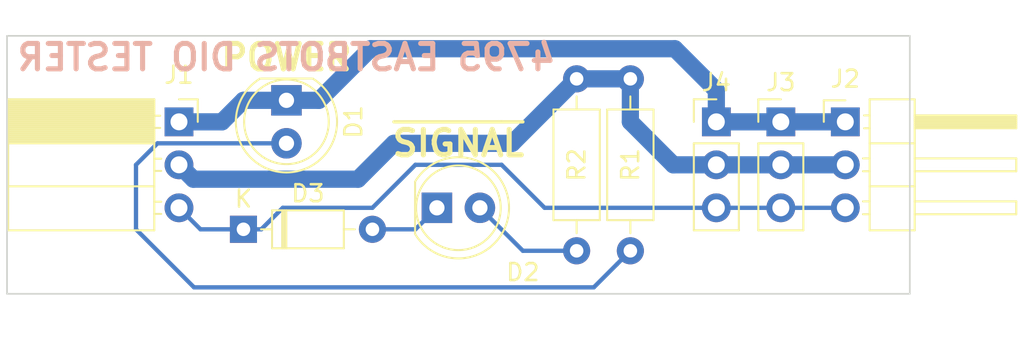
<source format=kicad_pcb>
(kicad_pcb (version 20171130) (host pcbnew 5.0.1-33cea8e~68~ubuntu16.04.1)

  (general
    (thickness 1.5748)
    (drawings 11)
    (tracks 40)
    (zones 0)
    (modules 9)
    (nets 7)
  )

  (page A4)
  (layers
    (0 F.Cu signal)
    (31 B.Cu signal hide)
    (32 B.Adhes user)
    (33 F.Adhes user)
    (34 B.Paste user)
    (35 F.Paste user)
    (36 B.SilkS user)
    (37 F.SilkS user)
    (38 B.Mask user)
    (39 F.Mask user)
    (40 Dwgs.User user)
    (41 Cmts.User user)
    (42 Eco1.User user)
    (43 Eco2.User user)
    (44 Edge.Cuts user)
    (45 Margin user)
    (46 B.CrtYd user)
    (47 F.CrtYd user)
    (48 B.Fab user)
    (49 F.Fab user)
  )

  (setup
    (last_trace_width 0.254)
    (user_trace_width 0.254)
    (user_trace_width 0.508)
    (user_trace_width 0.762)
    (user_trace_width 1.016)
    (user_trace_width 1.27)
    (trace_clearance 0.254)
    (zone_clearance 0.508)
    (zone_45_only no)
    (trace_min 0.254)
    (segment_width 0.2)
    (edge_width 0.1)
    (via_size 0.7874)
    (via_drill 0.381)
    (via_min_size 0.7874)
    (via_min_drill 0.381)
    (uvia_size 0.7874)
    (uvia_drill 0.381)
    (uvias_allowed no)
    (uvia_min_size 0.381)
    (uvia_min_drill 0.1)
    (pcb_text_width 0.3)
    (pcb_text_size 1.5 1.5)
    (mod_edge_width 0.15)
    (mod_text_size 1 1)
    (mod_text_width 0.15)
    (pad_size 1.5 1.5)
    (pad_drill 0.6)
    (pad_to_mask_clearance 0)
    (solder_mask_min_width 0.25)
    (aux_axis_origin 0 0)
    (grid_origin 93.98 102.87)
    (visible_elements 7FFFFFFF)
    (pcbplotparams
      (layerselection 0x010f0_ffffffff)
      (usegerberextensions false)
      (usegerberattributes false)
      (usegerberadvancedattributes false)
      (creategerberjobfile false)
      (excludeedgelayer true)
      (linewidth 0.100000)
      (plotframeref false)
      (viasonmask false)
      (mode 1)
      (useauxorigin false)
      (hpglpennumber 1)
      (hpglpenspeed 20)
      (hpglpendiameter 15.000000)
      (psnegative false)
      (psa4output false)
      (plotreference true)
      (plotvalue true)
      (plotinvisibletext false)
      (padsonsilk false)
      (subtractmaskfromsilk false)
      (outputformat 1)
      (mirror false)
      (drillshape 0)
      (scaleselection 1)
      (outputdirectory "gbr"))
  )

  (net 0 "")
  (net 1 "Net-(D1-Pad2)")
  (net 2 Earth)
  (net 3 "Net-(D2-Pad1)")
  (net 4 "Net-(D2-Pad2)")
  (net 5 /signal)
  (net 6 +5V)

  (net_class Default "This is the default net class."
    (clearance 0.254)
    (trace_width 0.254)
    (via_dia 0.7874)
    (via_drill 0.381)
    (uvia_dia 0.7874)
    (uvia_drill 0.381)
    (diff_pair_gap 0.2032)
    (diff_pair_width 0.254)
    (add_net +5V)
    (add_net /signal)
    (add_net Earth)
    (add_net "Net-(D1-Pad2)")
    (add_net "Net-(D2-Pad1)")
    (add_net "Net-(D2-Pad2)")
  )

  (module LED_THT:LED_D5.0mm (layer F.Cu) (tedit 5995936A) (tstamp 5BF20E0B)
    (at 110.49 91.44 270)
    (descr "LED, diameter 5.0mm, 2 pins, http://cdn-reichelt.de/documents/datenblatt/A500/LL-504BC2E-009.pdf")
    (tags "LED diameter 5.0mm 2 pins")
    (path /5BE3B324)
    (fp_text reference D1 (at 1.27 -3.96 270) (layer F.SilkS)
      (effects (font (size 1 1) (thickness 0.15)))
    )
    (fp_text value YELLOW_5mm (at -5.08 0) (layer F.Fab)
      (effects (font (size 1 1) (thickness 0.15)))
    )
    (fp_text user %R (at 1.25 0 270) (layer F.Fab)
      (effects (font (size 0.8 0.8) (thickness 0.2)))
    )
    (fp_line (start 4.5 -3.25) (end -1.95 -3.25) (layer F.CrtYd) (width 0.05))
    (fp_line (start 4.5 3.25) (end 4.5 -3.25) (layer F.CrtYd) (width 0.05))
    (fp_line (start -1.95 3.25) (end 4.5 3.25) (layer F.CrtYd) (width 0.05))
    (fp_line (start -1.95 -3.25) (end -1.95 3.25) (layer F.CrtYd) (width 0.05))
    (fp_line (start -1.29 -1.545) (end -1.29 1.545) (layer F.SilkS) (width 0.12))
    (fp_line (start -1.23 -1.469694) (end -1.23 1.469694) (layer F.Fab) (width 0.1))
    (fp_circle (center 1.27 0) (end 3.77 0) (layer F.SilkS) (width 0.12))
    (fp_circle (center 1.27 0) (end 3.77 0) (layer F.Fab) (width 0.1))
    (fp_arc (start 1.27 0) (end -1.29 1.54483) (angle -148.9) (layer F.SilkS) (width 0.12))
    (fp_arc (start 1.27 0) (end -1.29 -1.54483) (angle 148.9) (layer F.SilkS) (width 0.12))
    (fp_arc (start 1.27 0) (end -1.23 -1.469694) (angle 299.1) (layer F.Fab) (width 0.1))
    (pad 2 thru_hole circle (at 2.54 0 270) (size 1.8 1.8) (drill 0.9) (layers *.Cu *.Mask)
      (net 1 "Net-(D1-Pad2)"))
    (pad 1 thru_hole rect (at 0 0 270) (size 1.8 1.8) (drill 0.9) (layers *.Cu *.Mask)
      (net 2 Earth))
    (model ${KISYS3DMOD}/LED_THT.3dshapes/LED_D5.0mm.wrl
      (at (xyz 0 0 0))
      (scale (xyz 1 1 1))
      (rotate (xyz 0 0 0))
    )
  )

  (module LED_THT:LED_D5.0mm (layer F.Cu) (tedit 5995936A) (tstamp 5BF20E1D)
    (at 119.38 97.79)
    (descr "LED, diameter 5.0mm, 2 pins, http://cdn-reichelt.de/documents/datenblatt/A500/LL-504BC2E-009.pdf")
    (tags "LED diameter 5.0mm 2 pins")
    (path /5BDCCCDE)
    (fp_text reference D2 (at 5.08 3.81) (layer F.SilkS)
      (effects (font (size 1 1) (thickness 0.15)))
    )
    (fp_text value RED_5mm (at 0 7.62) (layer F.Fab)
      (effects (font (size 1 1) (thickness 0.15)))
    )
    (fp_arc (start 1.27 0) (end -1.23 -1.469694) (angle 299.1) (layer F.Fab) (width 0.1))
    (fp_arc (start 1.27 0) (end -1.29 -1.54483) (angle 148.9) (layer F.SilkS) (width 0.12))
    (fp_arc (start 1.27 0) (end -1.29 1.54483) (angle -148.9) (layer F.SilkS) (width 0.12))
    (fp_circle (center 1.27 0) (end 3.77 0) (layer F.Fab) (width 0.1))
    (fp_circle (center 1.27 0) (end 3.77 0) (layer F.SilkS) (width 0.12))
    (fp_line (start -1.23 -1.469694) (end -1.23 1.469694) (layer F.Fab) (width 0.1))
    (fp_line (start -1.29 -1.545) (end -1.29 1.545) (layer F.SilkS) (width 0.12))
    (fp_line (start -1.95 -3.25) (end -1.95 3.25) (layer F.CrtYd) (width 0.05))
    (fp_line (start -1.95 3.25) (end 4.5 3.25) (layer F.CrtYd) (width 0.05))
    (fp_line (start 4.5 3.25) (end 4.5 -3.25) (layer F.CrtYd) (width 0.05))
    (fp_line (start 4.5 -3.25) (end -1.95 -3.25) (layer F.CrtYd) (width 0.05))
    (fp_text user %R (at 1.25 0) (layer F.Fab)
      (effects (font (size 0.8 0.8) (thickness 0.2)))
    )
    (pad 1 thru_hole rect (at 0 0) (size 1.8 1.8) (drill 0.9) (layers *.Cu *.Mask)
      (net 3 "Net-(D2-Pad1)"))
    (pad 2 thru_hole circle (at 2.54 0) (size 1.8 1.8) (drill 0.9) (layers *.Cu *.Mask)
      (net 4 "Net-(D2-Pad2)"))
    (model ${KISYS3DMOD}/LED_THT.3dshapes/LED_D5.0mm.wrl
      (at (xyz 0 0 0))
      (scale (xyz 1 1 1))
      (rotate (xyz 0 0 0))
    )
  )

  (module Diode_THT:D_DO-35_SOD27_P7.62mm_Horizontal (layer F.Cu) (tedit 5AE50CD5) (tstamp 5BF20E3C)
    (at 107.95 99.06)
    (descr "Diode, DO-35_SOD27 series, Axial, Horizontal, pin pitch=7.62mm, , length*diameter=4*2mm^2, , http://www.diodes.com/_files/packages/DO-35.pdf")
    (tags "Diode DO-35_SOD27 series Axial Horizontal pin pitch 7.62mm  length 4mm diameter 2mm")
    (path /5BE3A273)
    (fp_text reference D3 (at 3.81 -2.12) (layer F.SilkS)
      (effects (font (size 1 1) (thickness 0.15)))
    )
    (fp_text value 1N4148 (at 3.81 2.12) (layer F.Fab)
      (effects (font (size 1 1) (thickness 0.15)))
    )
    (fp_line (start 1.81 -1) (end 1.81 1) (layer F.Fab) (width 0.1))
    (fp_line (start 1.81 1) (end 5.81 1) (layer F.Fab) (width 0.1))
    (fp_line (start 5.81 1) (end 5.81 -1) (layer F.Fab) (width 0.1))
    (fp_line (start 5.81 -1) (end 1.81 -1) (layer F.Fab) (width 0.1))
    (fp_line (start 0 0) (end 1.81 0) (layer F.Fab) (width 0.1))
    (fp_line (start 7.62 0) (end 5.81 0) (layer F.Fab) (width 0.1))
    (fp_line (start 2.41 -1) (end 2.41 1) (layer F.Fab) (width 0.1))
    (fp_line (start 2.51 -1) (end 2.51 1) (layer F.Fab) (width 0.1))
    (fp_line (start 2.31 -1) (end 2.31 1) (layer F.Fab) (width 0.1))
    (fp_line (start 1.69 -1.12) (end 1.69 1.12) (layer F.SilkS) (width 0.12))
    (fp_line (start 1.69 1.12) (end 5.93 1.12) (layer F.SilkS) (width 0.12))
    (fp_line (start 5.93 1.12) (end 5.93 -1.12) (layer F.SilkS) (width 0.12))
    (fp_line (start 5.93 -1.12) (end 1.69 -1.12) (layer F.SilkS) (width 0.12))
    (fp_line (start 1.04 0) (end 1.69 0) (layer F.SilkS) (width 0.12))
    (fp_line (start 6.58 0) (end 5.93 0) (layer F.SilkS) (width 0.12))
    (fp_line (start 2.41 -1.12) (end 2.41 1.12) (layer F.SilkS) (width 0.12))
    (fp_line (start 2.53 -1.12) (end 2.53 1.12) (layer F.SilkS) (width 0.12))
    (fp_line (start 2.29 -1.12) (end 2.29 1.12) (layer F.SilkS) (width 0.12))
    (fp_line (start -1.05 -1.25) (end -1.05 1.25) (layer F.CrtYd) (width 0.05))
    (fp_line (start -1.05 1.25) (end 8.67 1.25) (layer F.CrtYd) (width 0.05))
    (fp_line (start 8.67 1.25) (end 8.67 -1.25) (layer F.CrtYd) (width 0.05))
    (fp_line (start 8.67 -1.25) (end -1.05 -1.25) (layer F.CrtYd) (width 0.05))
    (fp_text user %R (at 4.11 0) (layer F.Fab)
      (effects (font (size 0.8 0.8) (thickness 0.12)))
    )
    (fp_text user K (at 0 -1.8) (layer F.Fab)
      (effects (font (size 1 1) (thickness 0.15)))
    )
    (fp_text user K (at 0 -1.8) (layer F.SilkS)
      (effects (font (size 1 1) (thickness 0.15)))
    )
    (pad 1 thru_hole rect (at 0 0) (size 1.6 1.6) (drill 0.8) (layers *.Cu *.Mask)
      (net 5 /signal))
    (pad 2 thru_hole oval (at 7.62 0) (size 1.6 1.6) (drill 0.8) (layers *.Cu *.Mask)
      (net 3 "Net-(D2-Pad1)"))
    (model ${KISYS3DMOD}/Diode_THT.3dshapes/D_DO-35_SOD27_P7.62mm_Horizontal.wrl
      (at (xyz 0 0 0))
      (scale (xyz 1 1 1))
      (rotate (xyz 0 0 0))
    )
  )

  (module Connector_PinSocket_2.54mm:PinSocket_1x03_P2.54mm_Horizontal (layer F.Cu) (tedit 5C140FFB) (tstamp 5BF20E79)
    (at 104.14 92.71)
    (descr "Through hole angled socket strip, 1x03, 2.54mm pitch, 8.51mm socket length, single row (from Kicad 4.0.7), script generated")
    (tags "Through hole angled socket strip THT 1x03 2.54mm single row")
    (path /5BDCDC09)
    (fp_text reference J1 (at 0 -2.77) (layer F.SilkS)
      (effects (font (size 1 1) (thickness 0.15)))
    )
    (fp_text value socket_1x3 (at -2.54 12.7) (layer F.Fab)
      (effects (font (size 1 1) (thickness 0.15)))
    )
    (fp_line (start -10.03 -1.27) (end -2.49 -1.27) (layer F.Fab) (width 0.1))
    (fp_line (start -2.49 -1.27) (end -1.52 -0.3) (layer F.Fab) (width 0.1))
    (fp_line (start -1.52 -0.3) (end -1.52 6.35) (layer F.Fab) (width 0.1))
    (fp_line (start -1.52 6.35) (end -10.03 6.35) (layer F.Fab) (width 0.1))
    (fp_line (start -10.03 6.35) (end -10.03 -1.27) (layer F.Fab) (width 0.1))
    (fp_line (start 0 -0.3) (end -1.52 -0.3) (layer F.Fab) (width 0.1))
    (fp_line (start -1.52 0.3) (end 0 0.3) (layer F.Fab) (width 0.1))
    (fp_line (start 0 0.3) (end 0 -0.3) (layer F.Fab) (width 0.1))
    (fp_line (start 0 2.24) (end -1.52 2.24) (layer F.Fab) (width 0.1))
    (fp_line (start -1.52 2.84) (end 0 2.84) (layer F.Fab) (width 0.1))
    (fp_line (start 0 2.84) (end 0 2.24) (layer F.Fab) (width 0.1))
    (fp_line (start 0 4.78) (end -1.52 4.78) (layer F.Fab) (width 0.1))
    (fp_line (start -1.52 5.38) (end 0 5.38) (layer F.Fab) (width 0.1))
    (fp_line (start 0 5.38) (end 0 4.78) (layer F.Fab) (width 0.1))
    (fp_line (start -10.09 -1.21) (end -1.46 -1.21) (layer F.SilkS) (width 0.12))
    (fp_line (start -10.09 -1.091905) (end -1.46 -1.091905) (layer F.SilkS) (width 0.12))
    (fp_line (start -10.09 -0.97381) (end -1.46 -0.97381) (layer F.SilkS) (width 0.12))
    (fp_line (start -10.09 -0.855715) (end -1.46 -0.855715) (layer F.SilkS) (width 0.12))
    (fp_line (start -10.09 -0.73762) (end -1.46 -0.73762) (layer F.SilkS) (width 0.12))
    (fp_line (start -10.09 -0.619525) (end -1.46 -0.619525) (layer F.SilkS) (width 0.12))
    (fp_line (start -10.09 -0.50143) (end -1.46 -0.50143) (layer F.SilkS) (width 0.12))
    (fp_line (start -10.09 -0.383335) (end -1.46 -0.383335) (layer F.SilkS) (width 0.12))
    (fp_line (start -10.09 -0.26524) (end -1.46 -0.26524) (layer F.SilkS) (width 0.12))
    (fp_line (start -10.09 -0.147145) (end -1.46 -0.147145) (layer F.SilkS) (width 0.12))
    (fp_line (start -10.09 -0.02905) (end -1.46 -0.02905) (layer F.SilkS) (width 0.12))
    (fp_line (start -10.09 0.089045) (end -1.46 0.089045) (layer F.SilkS) (width 0.12))
    (fp_line (start -10.09 0.20714) (end -1.46 0.20714) (layer F.SilkS) (width 0.12))
    (fp_line (start -10.09 0.325235) (end -1.46 0.325235) (layer F.SilkS) (width 0.12))
    (fp_line (start -10.09 0.44333) (end -1.46 0.44333) (layer F.SilkS) (width 0.12))
    (fp_line (start -10.09 0.561425) (end -1.46 0.561425) (layer F.SilkS) (width 0.12))
    (fp_line (start -10.09 0.67952) (end -1.46 0.67952) (layer F.SilkS) (width 0.12))
    (fp_line (start -10.09 0.797615) (end -1.46 0.797615) (layer F.SilkS) (width 0.12))
    (fp_line (start -10.09 0.91571) (end -1.46 0.91571) (layer F.SilkS) (width 0.12))
    (fp_line (start -10.09 1.033805) (end -1.46 1.033805) (layer F.SilkS) (width 0.12))
    (fp_line (start -10.09 1.1519) (end -1.46 1.1519) (layer F.SilkS) (width 0.12))
    (fp_line (start -1.46 -0.36) (end -1.11 -0.36) (layer F.SilkS) (width 0.12))
    (fp_line (start -1.46 0.36) (end -1.11 0.36) (layer F.SilkS) (width 0.12))
    (fp_line (start -1.46 2.18) (end -1.05 2.18) (layer F.SilkS) (width 0.12))
    (fp_line (start -1.46 2.9) (end -1.05 2.9) (layer F.SilkS) (width 0.12))
    (fp_line (start -1.46 4.72) (end -1.05 4.72) (layer F.SilkS) (width 0.12))
    (fp_line (start -1.46 5.44) (end -1.05 5.44) (layer F.SilkS) (width 0.12))
    (fp_line (start -10.09 1.27) (end -1.46 1.27) (layer F.SilkS) (width 0.12))
    (fp_line (start -10.09 3.81) (end -1.46 3.81) (layer F.SilkS) (width 0.12))
    (fp_line (start -10.09 -1.33) (end -1.46 -1.33) (layer F.SilkS) (width 0.12))
    (fp_line (start -1.46 -1.33) (end -1.46 6.41) (layer F.SilkS) (width 0.12))
    (fp_line (start -10.09 6.41) (end -1.46 6.41) (layer F.SilkS) (width 0.12))
    (fp_line (start -10.09 -1.33) (end -10.09 6.41) (layer F.SilkS) (width 0.12))
    (fp_line (start 1.11 -1.33) (end 1.11 0) (layer F.SilkS) (width 0.12))
    (fp_line (start 0 -1.33) (end 1.11 -1.33) (layer F.SilkS) (width 0.12))
    (fp_line (start 1.75 -1.8) (end -10.55 -1.8) (layer F.CrtYd) (width 0.05))
    (fp_line (start -10.55 -1.8) (end -10.55 6.85) (layer F.CrtYd) (width 0.05))
    (fp_line (start -10.55 6.85) (end 1.75 6.85) (layer F.CrtYd) (width 0.05))
    (fp_line (start 1.75 6.85) (end 1.75 -1.8) (layer F.CrtYd) (width 0.05))
    (fp_text user %R (at -5.775 2.54) (layer F.Fab)
      (effects (font (size 1 1) (thickness 0.15)))
    )
    (pad 1 thru_hole rect (at 0 0) (size 1.7 1.7) (drill 1) (layers *.Cu *.Mask)
      (net 2 Earth))
    (pad 2 thru_hole oval (at 0 2.54) (size 1.7 1.7) (drill 1) (layers *.Cu *.Mask)
      (net 6 +5V))
    (pad 3 thru_hole oval (at 0 5.08) (size 1.7 1.7) (drill 1) (layers *.Cu *.Mask)
      (net 5 /signal))
    (model ${KISYS3DMOD}/Connector_PinSocket_2.54mm.3dshapes/PinSocket_1x03_P2.54mm_Horizontal.wrl
      (at (xyz 0 0 0))
      (scale (xyz 1 1 1))
      (rotate (xyz 0 0 0))
    )
  )

  (module Connector_PinHeader_2.54mm:PinHeader_1x03_P2.54mm_Horizontal (layer F.Cu) (tedit 59FED5CB) (tstamp 5BF20EB9)
    (at 143.51 92.71)
    (descr "Through hole angled pin header, 1x03, 2.54mm pitch, 6mm pin length, single row")
    (tags "Through hole angled pin header THT 1x03 2.54mm single row")
    (path /5BDCE519)
    (fp_text reference J2 (at 0 -2.54) (layer F.SilkS)
      (effects (font (size 1 1) (thickness 0.15)))
    )
    (fp_text value Conn_01x03 (at 4.385 8.89) (layer F.Fab)
      (effects (font (size 1 1) (thickness 0.15)))
    )
    (fp_line (start 2.135 -1.27) (end 4.04 -1.27) (layer F.Fab) (width 0.1))
    (fp_line (start 4.04 -1.27) (end 4.04 6.35) (layer F.Fab) (width 0.1))
    (fp_line (start 4.04 6.35) (end 1.5 6.35) (layer F.Fab) (width 0.1))
    (fp_line (start 1.5 6.35) (end 1.5 -0.635) (layer F.Fab) (width 0.1))
    (fp_line (start 1.5 -0.635) (end 2.135 -1.27) (layer F.Fab) (width 0.1))
    (fp_line (start -0.32 -0.32) (end 1.5 -0.32) (layer F.Fab) (width 0.1))
    (fp_line (start -0.32 -0.32) (end -0.32 0.32) (layer F.Fab) (width 0.1))
    (fp_line (start -0.32 0.32) (end 1.5 0.32) (layer F.Fab) (width 0.1))
    (fp_line (start 4.04 -0.32) (end 10.04 -0.32) (layer F.Fab) (width 0.1))
    (fp_line (start 10.04 -0.32) (end 10.04 0.32) (layer F.Fab) (width 0.1))
    (fp_line (start 4.04 0.32) (end 10.04 0.32) (layer F.Fab) (width 0.1))
    (fp_line (start -0.32 2.22) (end 1.5 2.22) (layer F.Fab) (width 0.1))
    (fp_line (start -0.32 2.22) (end -0.32 2.86) (layer F.Fab) (width 0.1))
    (fp_line (start -0.32 2.86) (end 1.5 2.86) (layer F.Fab) (width 0.1))
    (fp_line (start 4.04 2.22) (end 10.04 2.22) (layer F.Fab) (width 0.1))
    (fp_line (start 10.04 2.22) (end 10.04 2.86) (layer F.Fab) (width 0.1))
    (fp_line (start 4.04 2.86) (end 10.04 2.86) (layer F.Fab) (width 0.1))
    (fp_line (start -0.32 4.76) (end 1.5 4.76) (layer F.Fab) (width 0.1))
    (fp_line (start -0.32 4.76) (end -0.32 5.4) (layer F.Fab) (width 0.1))
    (fp_line (start -0.32 5.4) (end 1.5 5.4) (layer F.Fab) (width 0.1))
    (fp_line (start 4.04 4.76) (end 10.04 4.76) (layer F.Fab) (width 0.1))
    (fp_line (start 10.04 4.76) (end 10.04 5.4) (layer F.Fab) (width 0.1))
    (fp_line (start 4.04 5.4) (end 10.04 5.4) (layer F.Fab) (width 0.1))
    (fp_line (start 1.44 -1.33) (end 1.44 6.41) (layer F.SilkS) (width 0.12))
    (fp_line (start 1.44 6.41) (end 4.1 6.41) (layer F.SilkS) (width 0.12))
    (fp_line (start 4.1 6.41) (end 4.1 -1.33) (layer F.SilkS) (width 0.12))
    (fp_line (start 4.1 -1.33) (end 1.44 -1.33) (layer F.SilkS) (width 0.12))
    (fp_line (start 4.1 -0.38) (end 10.1 -0.38) (layer F.SilkS) (width 0.12))
    (fp_line (start 10.1 -0.38) (end 10.1 0.38) (layer F.SilkS) (width 0.12))
    (fp_line (start 10.1 0.38) (end 4.1 0.38) (layer F.SilkS) (width 0.12))
    (fp_line (start 4.1 -0.32) (end 10.1 -0.32) (layer F.SilkS) (width 0.12))
    (fp_line (start 4.1 -0.2) (end 10.1 -0.2) (layer F.SilkS) (width 0.12))
    (fp_line (start 4.1 -0.08) (end 10.1 -0.08) (layer F.SilkS) (width 0.12))
    (fp_line (start 4.1 0.04) (end 10.1 0.04) (layer F.SilkS) (width 0.12))
    (fp_line (start 4.1 0.16) (end 10.1 0.16) (layer F.SilkS) (width 0.12))
    (fp_line (start 4.1 0.28) (end 10.1 0.28) (layer F.SilkS) (width 0.12))
    (fp_line (start 1.11 -0.38) (end 1.44 -0.38) (layer F.SilkS) (width 0.12))
    (fp_line (start 1.11 0.38) (end 1.44 0.38) (layer F.SilkS) (width 0.12))
    (fp_line (start 1.44 1.27) (end 4.1 1.27) (layer F.SilkS) (width 0.12))
    (fp_line (start 4.1 2.16) (end 10.1 2.16) (layer F.SilkS) (width 0.12))
    (fp_line (start 10.1 2.16) (end 10.1 2.92) (layer F.SilkS) (width 0.12))
    (fp_line (start 10.1 2.92) (end 4.1 2.92) (layer F.SilkS) (width 0.12))
    (fp_line (start 1.042929 2.16) (end 1.44 2.16) (layer F.SilkS) (width 0.12))
    (fp_line (start 1.042929 2.92) (end 1.44 2.92) (layer F.SilkS) (width 0.12))
    (fp_line (start 1.44 3.81) (end 4.1 3.81) (layer F.SilkS) (width 0.12))
    (fp_line (start 4.1 4.7) (end 10.1 4.7) (layer F.SilkS) (width 0.12))
    (fp_line (start 10.1 4.7) (end 10.1 5.46) (layer F.SilkS) (width 0.12))
    (fp_line (start 10.1 5.46) (end 4.1 5.46) (layer F.SilkS) (width 0.12))
    (fp_line (start 1.042929 4.7) (end 1.44 4.7) (layer F.SilkS) (width 0.12))
    (fp_line (start 1.042929 5.46) (end 1.44 5.46) (layer F.SilkS) (width 0.12))
    (fp_line (start -1.27 0) (end -1.27 -1.27) (layer F.SilkS) (width 0.12))
    (fp_line (start -1.27 -1.27) (end 0 -1.27) (layer F.SilkS) (width 0.12))
    (fp_line (start -1.8 -1.8) (end -1.8 6.85) (layer F.CrtYd) (width 0.05))
    (fp_line (start -1.8 6.85) (end 10.55 6.85) (layer F.CrtYd) (width 0.05))
    (fp_line (start 10.55 6.85) (end 10.55 -1.8) (layer F.CrtYd) (width 0.05))
    (fp_line (start 10.55 -1.8) (end -1.8 -1.8) (layer F.CrtYd) (width 0.05))
    (fp_text user %R (at 2.77 2.54 90) (layer F.Fab)
      (effects (font (size 1 1) (thickness 0.15)))
    )
    (pad 1 thru_hole rect (at 0 0) (size 1.7 1.7) (drill 1) (layers *.Cu *.Mask)
      (net 2 Earth))
    (pad 2 thru_hole oval (at 0 2.54) (size 1.7 1.7) (drill 1) (layers *.Cu *.Mask)
      (net 6 +5V))
    (pad 3 thru_hole oval (at 0 5.08) (size 1.7 1.7) (drill 1) (layers *.Cu *.Mask)
      (net 5 /signal))
    (model ${KISYS3DMOD}/Connector_PinHeader_2.54mm.3dshapes/PinHeader_1x03_P2.54mm_Horizontal.wrl
      (at (xyz 0 0 0))
      (scale (xyz 1 1 1))
      (rotate (xyz 0 0 0))
    )
  )

  (module Connector_PinHeader_2.54mm:PinHeader_1x03_P2.54mm_Vertical (layer F.Cu) (tedit 59FED5CC) (tstamp 5BF20ED0)
    (at 139.7 92.71)
    (descr "Through hole straight pin header, 1x03, 2.54mm pitch, single row")
    (tags "Through hole pin header THT 1x03 2.54mm single row")
    (path /5BE3BA2C)
    (fp_text reference J3 (at 0 -2.33) (layer F.SilkS)
      (effects (font (size 1 1) (thickness 0.15)))
    )
    (fp_text value Conn_01x03 (at 2.54 11.43) (layer F.Fab)
      (effects (font (size 1 1) (thickness 0.15)))
    )
    (fp_line (start -0.635 -1.27) (end 1.27 -1.27) (layer F.Fab) (width 0.1))
    (fp_line (start 1.27 -1.27) (end 1.27 6.35) (layer F.Fab) (width 0.1))
    (fp_line (start 1.27 6.35) (end -1.27 6.35) (layer F.Fab) (width 0.1))
    (fp_line (start -1.27 6.35) (end -1.27 -0.635) (layer F.Fab) (width 0.1))
    (fp_line (start -1.27 -0.635) (end -0.635 -1.27) (layer F.Fab) (width 0.1))
    (fp_line (start -1.33 6.41) (end 1.33 6.41) (layer F.SilkS) (width 0.12))
    (fp_line (start -1.33 1.27) (end -1.33 6.41) (layer F.SilkS) (width 0.12))
    (fp_line (start 1.33 1.27) (end 1.33 6.41) (layer F.SilkS) (width 0.12))
    (fp_line (start -1.33 1.27) (end 1.33 1.27) (layer F.SilkS) (width 0.12))
    (fp_line (start -1.33 0) (end -1.33 -1.33) (layer F.SilkS) (width 0.12))
    (fp_line (start -1.33 -1.33) (end 0 -1.33) (layer F.SilkS) (width 0.12))
    (fp_line (start -1.8 -1.8) (end -1.8 6.85) (layer F.CrtYd) (width 0.05))
    (fp_line (start -1.8 6.85) (end 1.8 6.85) (layer F.CrtYd) (width 0.05))
    (fp_line (start 1.8 6.85) (end 1.8 -1.8) (layer F.CrtYd) (width 0.05))
    (fp_line (start 1.8 -1.8) (end -1.8 -1.8) (layer F.CrtYd) (width 0.05))
    (fp_text user %R (at 0 2.54 90) (layer F.Fab)
      (effects (font (size 1 1) (thickness 0.15)))
    )
    (pad 1 thru_hole rect (at 0 0) (size 1.7 1.7) (drill 1) (layers *.Cu *.Mask)
      (net 2 Earth))
    (pad 2 thru_hole oval (at 0 2.54) (size 1.7 1.7) (drill 1) (layers *.Cu *.Mask)
      (net 6 +5V))
    (pad 3 thru_hole oval (at 0 5.08) (size 1.7 1.7) (drill 1) (layers *.Cu *.Mask)
      (net 5 /signal))
    (model ${KISYS3DMOD}/Connector_PinHeader_2.54mm.3dshapes/PinHeader_1x03_P2.54mm_Vertical.wrl
      (at (xyz 0 0 0))
      (scale (xyz 1 1 1))
      (rotate (xyz 0 0 0))
    )
  )

  (module Connector_PinHeader_2.54mm:PinHeader_1x03_P2.54mm_Vertical (layer F.Cu) (tedit 5C140FAA) (tstamp 5BF20EE7)
    (at 135.89 92.71)
    (descr "Through hole straight pin header, 1x03, 2.54mm pitch, single row")
    (tags "Through hole pin header THT 1x03 2.54mm single row")
    (path /5BE3D123)
    (fp_text reference J4 (at 0 -2.33) (layer F.SilkS)
      (effects (font (size 1 1) (thickness 0.15)))
    )
    (fp_text value Conn_01x03 (at 0 12.7) (layer F.Fab)
      (effects (font (size 1 1) (thickness 0.15)))
    )
    (fp_text user %R (at 0 2.54 90) (layer F.Fab)
      (effects (font (size 1 1) (thickness 0.15)))
    )
    (fp_line (start 1.8 -1.8) (end -1.8 -1.8) (layer F.CrtYd) (width 0.05))
    (fp_line (start 1.8 6.85) (end 1.8 -1.8) (layer F.CrtYd) (width 0.05))
    (fp_line (start -1.8 6.85) (end 1.8 6.85) (layer F.CrtYd) (width 0.05))
    (fp_line (start -1.8 -1.8) (end -1.8 6.85) (layer F.CrtYd) (width 0.05))
    (fp_line (start -1.33 -1.33) (end 0 -1.33) (layer F.SilkS) (width 0.12))
    (fp_line (start -1.33 0) (end -1.33 -1.33) (layer F.SilkS) (width 0.12))
    (fp_line (start -1.33 1.27) (end 1.33 1.27) (layer F.SilkS) (width 0.12))
    (fp_line (start 1.33 1.27) (end 1.33 6.41) (layer F.SilkS) (width 0.12))
    (fp_line (start -1.33 1.27) (end -1.33 6.41) (layer F.SilkS) (width 0.12))
    (fp_line (start -1.33 6.41) (end 1.33 6.41) (layer F.SilkS) (width 0.12))
    (fp_line (start -1.27 -0.635) (end -0.635 -1.27) (layer F.Fab) (width 0.1))
    (fp_line (start -1.27 6.35) (end -1.27 -0.635) (layer F.Fab) (width 0.1))
    (fp_line (start 1.27 6.35) (end -1.27 6.35) (layer F.Fab) (width 0.1))
    (fp_line (start 1.27 -1.27) (end 1.27 6.35) (layer F.Fab) (width 0.1))
    (fp_line (start -0.635 -1.27) (end 1.27 -1.27) (layer F.Fab) (width 0.1))
    (pad 3 thru_hole oval (at 0 5.08) (size 1.7 1.7) (drill 1) (layers *.Cu *.Mask)
      (net 5 /signal))
    (pad 2 thru_hole oval (at 0 2.54) (size 1.7 1.7) (drill 1) (layers *.Cu *.Mask)
      (net 6 +5V))
    (pad 1 thru_hole rect (at 0 0) (size 1.7 1.7) (drill 1) (layers *.Cu *.Mask)
      (net 2 Earth))
    (model ${KISYS3DMOD}/Connector_PinHeader_2.54mm.3dshapes/PinHeader_1x03_P2.54mm_Vertical.wrl
      (at (xyz 0 0 0))
      (scale (xyz 1 1 1))
      (rotate (xyz 0 0 0))
    )
  )

  (module Resistor_THT:R_Axial_DIN0207_L6.3mm_D2.5mm_P10.16mm_Horizontal (layer F.Cu) (tedit 5AE5139B) (tstamp 5BF20EFE)
    (at 130.81 90.17 270)
    (descr "Resistor, Axial_DIN0207 series, Axial, Horizontal, pin pitch=10.16mm, 0.25W = 1/4W, length*diameter=6.3*2.5mm^2, http://cdn-reichelt.de/documents/datenblatt/B400/1_4W%23YAG.pdf")
    (tags "Resistor Axial_DIN0207 series Axial Horizontal pin pitch 10.16mm 0.25W = 1/4W length 6.3mm diameter 2.5mm")
    (path /5BE3B32A)
    (fp_text reference R1 (at 5.08 0 270) (layer F.SilkS)
      (effects (font (size 1 1) (thickness 0.15)))
    )
    (fp_text value 2.2K (at 5.08 2.37 270) (layer F.Fab)
      (effects (font (size 1 1) (thickness 0.15)))
    )
    (fp_text user %R (at 5.08 0 270) (layer F.Fab)
      (effects (font (size 1 1) (thickness 0.15)))
    )
    (fp_line (start 11.21 -1.5) (end -1.05 -1.5) (layer F.CrtYd) (width 0.05))
    (fp_line (start 11.21 1.5) (end 11.21 -1.5) (layer F.CrtYd) (width 0.05))
    (fp_line (start -1.05 1.5) (end 11.21 1.5) (layer F.CrtYd) (width 0.05))
    (fp_line (start -1.05 -1.5) (end -1.05 1.5) (layer F.CrtYd) (width 0.05))
    (fp_line (start 9.12 0) (end 8.35 0) (layer F.SilkS) (width 0.12))
    (fp_line (start 1.04 0) (end 1.81 0) (layer F.SilkS) (width 0.12))
    (fp_line (start 8.35 -1.37) (end 1.81 -1.37) (layer F.SilkS) (width 0.12))
    (fp_line (start 8.35 1.37) (end 8.35 -1.37) (layer F.SilkS) (width 0.12))
    (fp_line (start 1.81 1.37) (end 8.35 1.37) (layer F.SilkS) (width 0.12))
    (fp_line (start 1.81 -1.37) (end 1.81 1.37) (layer F.SilkS) (width 0.12))
    (fp_line (start 10.16 0) (end 8.23 0) (layer F.Fab) (width 0.1))
    (fp_line (start 0 0) (end 1.93 0) (layer F.Fab) (width 0.1))
    (fp_line (start 8.23 -1.25) (end 1.93 -1.25) (layer F.Fab) (width 0.1))
    (fp_line (start 8.23 1.25) (end 8.23 -1.25) (layer F.Fab) (width 0.1))
    (fp_line (start 1.93 1.25) (end 8.23 1.25) (layer F.Fab) (width 0.1))
    (fp_line (start 1.93 -1.25) (end 1.93 1.25) (layer F.Fab) (width 0.1))
    (pad 2 thru_hole oval (at 10.16 0 270) (size 1.6 1.6) (drill 0.8) (layers *.Cu *.Mask)
      (net 1 "Net-(D1-Pad2)"))
    (pad 1 thru_hole circle (at 0 0 270) (size 1.6 1.6) (drill 0.8) (layers *.Cu *.Mask)
      (net 6 +5V))
    (model ${KISYS3DMOD}/Resistor_THT.3dshapes/R_Axial_DIN0207_L6.3mm_D2.5mm_P10.16mm_Horizontal.wrl
      (at (xyz 0 0 0))
      (scale (xyz 1 1 1))
      (rotate (xyz 0 0 0))
    )
  )

  (module Resistor_THT:R_Axial_DIN0207_L6.3mm_D2.5mm_P10.16mm_Horizontal (layer F.Cu) (tedit 5AE5139B) (tstamp 5BF20F15)
    (at 127.635 90.17 270)
    (descr "Resistor, Axial_DIN0207 series, Axial, Horizontal, pin pitch=10.16mm, 0.25W = 1/4W, length*diameter=6.3*2.5mm^2, http://cdn-reichelt.de/documents/datenblatt/B400/1_4W%23YAG.pdf")
    (tags "Resistor Axial_DIN0207 series Axial Horizontal pin pitch 10.16mm 0.25W = 1/4W length 6.3mm diameter 2.5mm")
    (path /5BDCD126)
    (fp_text reference R2 (at 5.08 0 270) (layer F.SilkS)
      (effects (font (size 1 1) (thickness 0.15)))
    )
    (fp_text value 2.2K (at 5.08 2.37 270) (layer F.Fab)
      (effects (font (size 1 1) (thickness 0.15)))
    )
    (fp_line (start 1.93 -1.25) (end 1.93 1.25) (layer F.Fab) (width 0.1))
    (fp_line (start 1.93 1.25) (end 8.23 1.25) (layer F.Fab) (width 0.1))
    (fp_line (start 8.23 1.25) (end 8.23 -1.25) (layer F.Fab) (width 0.1))
    (fp_line (start 8.23 -1.25) (end 1.93 -1.25) (layer F.Fab) (width 0.1))
    (fp_line (start 0 0) (end 1.93 0) (layer F.Fab) (width 0.1))
    (fp_line (start 10.16 0) (end 8.23 0) (layer F.Fab) (width 0.1))
    (fp_line (start 1.81 -1.37) (end 1.81 1.37) (layer F.SilkS) (width 0.12))
    (fp_line (start 1.81 1.37) (end 8.35 1.37) (layer F.SilkS) (width 0.12))
    (fp_line (start 8.35 1.37) (end 8.35 -1.37) (layer F.SilkS) (width 0.12))
    (fp_line (start 8.35 -1.37) (end 1.81 -1.37) (layer F.SilkS) (width 0.12))
    (fp_line (start 1.04 0) (end 1.81 0) (layer F.SilkS) (width 0.12))
    (fp_line (start 9.12 0) (end 8.35 0) (layer F.SilkS) (width 0.12))
    (fp_line (start -1.05 -1.5) (end -1.05 1.5) (layer F.CrtYd) (width 0.05))
    (fp_line (start -1.05 1.5) (end 11.21 1.5) (layer F.CrtYd) (width 0.05))
    (fp_line (start 11.21 1.5) (end 11.21 -1.5) (layer F.CrtYd) (width 0.05))
    (fp_line (start 11.21 -1.5) (end -1.05 -1.5) (layer F.CrtYd) (width 0.05))
    (fp_text user %R (at 5.08 0 270) (layer F.Fab)
      (effects (font (size 1 1) (thickness 0.15)))
    )
    (pad 1 thru_hole circle (at 0 0 270) (size 1.6 1.6) (drill 0.8) (layers *.Cu *.Mask)
      (net 6 +5V))
    (pad 2 thru_hole oval (at 10.16 0 270) (size 1.6 1.6) (drill 0.8) (layers *.Cu *.Mask)
      (net 4 "Net-(D2-Pad2)"))
    (model ${KISYS3DMOD}/Resistor_THT.3dshapes/R_Axial_DIN0207_L6.3mm_D2.5mm_P10.16mm_Horizontal.wrl
      (at (xyz 0 0 0))
      (scale (xyz 1 1 1))
      (rotate (xyz 0 0 0))
    )
  )

  (gr_line (start 119.38 104.14) (end 120.65 101.6) (layer F.Fab) (width 0.2))
  (gr_line (start 102.87 105.41) (end 101.6 100.33) (layer F.Fab) (width 0.2))
  (gr_text "4795 EASTBOTS DIO TESTER" (at 110.49 88.9) (layer B.SilkS)
    (effects (font (size 1.5 1.5) (thickness 0.3)) (justify mirror))
  )
  (gr_line (start 123.19 92.71) (end 124.46 92.71) (layer F.SilkS) (width 0.2))
  (gr_line (start 116.84 92.71) (end 123.19 92.71) (layer F.SilkS) (width 0.2))
  (gr_text SIGNAL (at 120.65 93.98) (layer F.SilkS)
    (effects (font (size 1.5 1.5) (thickness 0.3)))
  )
  (gr_text POWER (at 110.49 88.9) (layer F.SilkS)
    (effects (font (size 1.5 1.5) (thickness 0.3)))
  )
  (gr_line (start 93.98 87.63) (end 93.98 102.87) (layer Edge.Cuts) (width 0.1))
  (gr_line (start 147.32 87.63) (end 93.98 87.63) (layer Edge.Cuts) (width 0.1))
  (gr_line (start 147.32 102.87) (end 147.32 87.63) (layer Edge.Cuts) (width 0.1))
  (gr_line (start 93.98 102.87) (end 147.32 102.87) (layer Edge.Cuts) (width 0.1))

  (segment (start 102.87 93.98) (end 101.6 95.25) (width 0.254) (layer B.Cu) (net 1))
  (segment (start 110.49 93.98) (end 102.87 93.98) (width 0.254) (layer B.Cu) (net 1))
  (segment (start 101.6 95.25) (end 101.6 99.06) (width 0.254) (layer B.Cu) (net 1))
  (segment (start 130.010001 101.129999) (end 130.81 100.33) (width 0.254) (layer B.Cu) (net 1))
  (segment (start 101.6 99.06) (end 105.02979 102.48979) (width 0.254) (layer B.Cu) (net 1))
  (segment (start 105.02979 102.48979) (end 128.65021 102.48979) (width 0.254) (layer B.Cu) (net 1))
  (segment (start 128.65021 102.48979) (end 130.010001 101.129999) (width 0.254) (layer B.Cu) (net 1))
  (segment (start 143.51 92.71) (end 135.89 92.71) (width 1.016) (layer B.Cu) (net 2))
  (segment (start 112.406 91.44) (end 110.49 91.44) (width 1.016) (layer B.Cu) (net 2))
  (segment (start 115.45479 88.39121) (end 112.406 91.44) (width 1.016) (layer B.Cu) (net 2))
  (segment (start 133.43721 88.39121) (end 115.45479 88.39121) (width 1.016) (layer B.Cu) (net 2))
  (segment (start 135.89 90.844) (end 133.43721 88.39121) (width 1.016) (layer B.Cu) (net 2))
  (segment (start 135.89 92.71) (end 135.89 90.844) (width 1.016) (layer B.Cu) (net 2))
  (segment (start 104.14 92.71) (end 106.68 92.71) (width 1.016) (layer B.Cu) (net 2))
  (segment (start 107.95 91.44) (end 110.49 91.44) (width 1.016) (layer B.Cu) (net 2))
  (segment (start 106.68 92.71) (end 107.95 91.44) (width 1.016) (layer B.Cu) (net 2))
  (segment (start 115.57 99.06) (end 118.11 99.06) (width 0.254) (layer B.Cu) (net 3))
  (segment (start 118.11 99.06) (end 119.38 97.79) (width 0.254) (layer B.Cu) (net 3))
  (segment (start 121.92 97.79) (end 124.46 100.33) (width 0.254) (layer B.Cu) (net 4))
  (segment (start 124.46 100.33) (end 127.635 100.33) (width 0.254) (layer B.Cu) (net 4))
  (segment (start 135.89 97.79) (end 143.51 97.79) (width 0.254) (layer B.Cu) (net 5))
  (segment (start 125.741592 97.79) (end 123.201592 95.25) (width 0.254) (layer B.Cu) (net 5))
  (segment (start 135.89 97.79) (end 125.741592 97.79) (width 0.254) (layer B.Cu) (net 5))
  (segment (start 109.004 99.06) (end 110.274 97.79) (width 0.254) (layer B.Cu) (net 5))
  (segment (start 107.95 99.06) (end 109.004 99.06) (width 0.254) (layer B.Cu) (net 5))
  (segment (start 110.274 97.79) (end 115.57 97.79) (width 0.254) (layer B.Cu) (net 5))
  (segment (start 115.57 97.79) (end 118.11 95.25) (width 0.254) (layer B.Cu) (net 5))
  (segment (start 118.11 95.25) (end 123.201592 95.25) (width 0.254) (layer B.Cu) (net 5))
  (segment (start 104.14 97.79) (end 105.41 99.06) (width 0.254) (layer B.Cu) (net 5))
  (segment (start 105.41 99.06) (end 107.95 99.06) (width 0.254) (layer B.Cu) (net 5))
  (segment (start 143.51 95.25) (end 135.89 95.25) (width 1.016) (layer B.Cu) (net 6))
  (segment (start 135.89 95.25) (end 133.35 95.25) (width 1.016) (layer B.Cu) (net 6))
  (segment (start 133.35 95.25) (end 130.81 92.71) (width 1.016) (layer B.Cu) (net 6))
  (segment (start 130.81 92.71) (end 130.81 90.17) (width 1.016) (layer B.Cu) (net 6))
  (segment (start 130.81 90.17) (end 127.635 90.17) (width 1.016) (layer B.Cu) (net 6))
  (segment (start 127.635 90.17) (end 123.825 93.98) (width 1.016) (layer B.Cu) (net 6))
  (segment (start 123.825 93.98) (end 116.84 93.98) (width 1.016) (layer B.Cu) (net 6))
  (segment (start 104.989999 96.099999) (end 104.14 95.25) (width 1.016) (layer B.Cu) (net 6))
  (segment (start 114.720001 96.099999) (end 104.989999 96.099999) (width 1.016) (layer B.Cu) (net 6))
  (segment (start 116.84 93.98) (end 114.720001 96.099999) (width 1.016) (layer B.Cu) (net 6))

)

</source>
